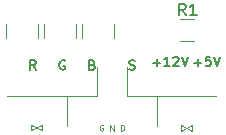
<source format=gbr>
G04 #@! TF.GenerationSoftware,KiCad,Pcbnew,(5.1.2-1)-1*
G04 #@! TF.CreationDate,2019-11-24T12:47:18+01:00*
G04 #@! TF.ProjectId,Amiga_DB23_RGBS_out,416d6967-615f-4444-9232-335f52474253,rev?*
G04 #@! TF.SameCoordinates,Original*
G04 #@! TF.FileFunction,Legend,Top*
G04 #@! TF.FilePolarity,Positive*
%FSLAX46Y46*%
G04 Gerber Fmt 4.6, Leading zero omitted, Abs format (unit mm)*
G04 Created by KiCad (PCBNEW (5.1.2-1)-1) date 2019-11-24 12:47:18*
%MOMM*%
%LPD*%
G04 APERTURE LIST*
%ADD10C,0.150000*%
%ADD11C,0.120000*%
G04 APERTURE END LIST*
D10*
X113471428Y-59757142D02*
X114080952Y-59757142D01*
X113776190Y-60061904D02*
X113776190Y-59452380D01*
X114842857Y-59261904D02*
X114461904Y-59261904D01*
X114423809Y-59642857D01*
X114461904Y-59604761D01*
X114538095Y-59566666D01*
X114728571Y-59566666D01*
X114804761Y-59604761D01*
X114842857Y-59642857D01*
X114880952Y-59719047D01*
X114880952Y-59909523D01*
X114842857Y-59985714D01*
X114804761Y-60023809D01*
X114728571Y-60061904D01*
X114538095Y-60061904D01*
X114461904Y-60023809D01*
X114423809Y-59985714D01*
X115109523Y-59261904D02*
X115376190Y-60061904D01*
X115642857Y-59261904D01*
X109990476Y-59757142D02*
X110600000Y-59757142D01*
X110295238Y-60061904D02*
X110295238Y-59452380D01*
X111400000Y-60061904D02*
X110942857Y-60061904D01*
X111171428Y-60061904D02*
X111171428Y-59261904D01*
X111095238Y-59376190D01*
X111019047Y-59452380D01*
X110942857Y-59490476D01*
X111704761Y-59338095D02*
X111742857Y-59300000D01*
X111819047Y-59261904D01*
X112009523Y-59261904D01*
X112085714Y-59300000D01*
X112123809Y-59338095D01*
X112161904Y-59414285D01*
X112161904Y-59490476D01*
X112123809Y-59604761D01*
X111666666Y-60061904D01*
X112161904Y-60061904D01*
X112390476Y-59261904D02*
X112657142Y-60061904D01*
X112923809Y-59261904D01*
X107971428Y-60323809D02*
X108085714Y-60361904D01*
X108276190Y-60361904D01*
X108352380Y-60323809D01*
X108390476Y-60285714D01*
X108428571Y-60209523D01*
X108428571Y-60133333D01*
X108390476Y-60057142D01*
X108352380Y-60019047D01*
X108276190Y-59980952D01*
X108123809Y-59942857D01*
X108047619Y-59904761D01*
X108009523Y-59866666D01*
X107971428Y-59790476D01*
X107971428Y-59714285D01*
X108009523Y-59638095D01*
X108047619Y-59600000D01*
X108123809Y-59561904D01*
X108314285Y-59561904D01*
X108428571Y-59600000D01*
D11*
X105738095Y-65050000D02*
X105690476Y-65026190D01*
X105619047Y-65026190D01*
X105547619Y-65050000D01*
X105500000Y-65097619D01*
X105476190Y-65145238D01*
X105452380Y-65240476D01*
X105452380Y-65311904D01*
X105476190Y-65407142D01*
X105500000Y-65454761D01*
X105547619Y-65502380D01*
X105619047Y-65526190D01*
X105666666Y-65526190D01*
X105738095Y-65502380D01*
X105761904Y-65478571D01*
X105761904Y-65311904D01*
X105666666Y-65311904D01*
X106357142Y-65526190D02*
X106357142Y-65026190D01*
X106642857Y-65526190D01*
X106642857Y-65026190D01*
X107261904Y-65526190D02*
X107261904Y-65026190D01*
X107380952Y-65026190D01*
X107452380Y-65050000D01*
X107500000Y-65097619D01*
X107523809Y-65145238D01*
X107547619Y-65240476D01*
X107547619Y-65311904D01*
X107523809Y-65407142D01*
X107500000Y-65454761D01*
X107452380Y-65502380D01*
X107380952Y-65526190D01*
X107261904Y-65526190D01*
D10*
X104857142Y-59942857D02*
X104971428Y-59980952D01*
X105009523Y-60019047D01*
X105047619Y-60095238D01*
X105047619Y-60209523D01*
X105009523Y-60285714D01*
X104971428Y-60323809D01*
X104895238Y-60361904D01*
X104590476Y-60361904D01*
X104590476Y-59561904D01*
X104857142Y-59561904D01*
X104933333Y-59600000D01*
X104971428Y-59638095D01*
X105009523Y-59714285D01*
X105009523Y-59790476D01*
X104971428Y-59866666D01*
X104933333Y-59904761D01*
X104857142Y-59942857D01*
X104590476Y-59942857D01*
X102509523Y-59600000D02*
X102433333Y-59561904D01*
X102319047Y-59561904D01*
X102204761Y-59600000D01*
X102128571Y-59676190D01*
X102090476Y-59752380D01*
X102052380Y-59904761D01*
X102052380Y-60019047D01*
X102090476Y-60171428D01*
X102128571Y-60247619D01*
X102204761Y-60323809D01*
X102319047Y-60361904D01*
X102395238Y-60361904D01*
X102509523Y-60323809D01*
X102547619Y-60285714D01*
X102547619Y-60019047D01*
X102395238Y-60019047D01*
X100047619Y-60361904D02*
X99780952Y-59980952D01*
X99590476Y-60361904D02*
X99590476Y-59561904D01*
X99895238Y-59561904D01*
X99971428Y-59600000D01*
X100009523Y-59638095D01*
X100047619Y-59714285D01*
X100047619Y-59828571D01*
X100009523Y-59904761D01*
X99971428Y-59942857D01*
X99895238Y-59980952D01*
X99590476Y-59980952D01*
D11*
X113489564Y-56090000D02*
X112285436Y-56090000D01*
X113489564Y-57910000D02*
X112285436Y-57910000D01*
X105200000Y-62580000D02*
X97630000Y-62580000D01*
X102660000Y-65100000D02*
X102660000Y-62580000D01*
X115310000Y-62580000D02*
X107740000Y-62580000D01*
X105200000Y-62580000D02*
X105200000Y-60100000D01*
X110280000Y-65100000D02*
X110280000Y-62580000D01*
X107740000Y-62580000D02*
X107740000Y-60100000D01*
X112350000Y-65050000D02*
X112350000Y-65550000D01*
X112350000Y-65550000D02*
X113250000Y-65050000D01*
X113250000Y-65050000D02*
X113250000Y-65550000D01*
X113250000Y-65550000D02*
X112350000Y-65050000D01*
X100550000Y-65500000D02*
X99650000Y-65000000D01*
X100550000Y-65000000D02*
X100550000Y-65500000D01*
X99650000Y-65500000D02*
X100550000Y-65000000D01*
X99650000Y-65000000D02*
X99650000Y-65500000D01*
X100740000Y-56497936D02*
X100740000Y-57702064D01*
X103460000Y-56497936D02*
X103460000Y-57702064D01*
X97540000Y-56497936D02*
X97540000Y-57702064D01*
X100260000Y-56497936D02*
X100260000Y-57702064D01*
X103940000Y-56485436D02*
X103940000Y-57689564D01*
X106660000Y-56485436D02*
X106660000Y-57689564D01*
D10*
X112733333Y-55752380D02*
X112400000Y-55276190D01*
X112161904Y-55752380D02*
X112161904Y-54752380D01*
X112542857Y-54752380D01*
X112638095Y-54800000D01*
X112685714Y-54847619D01*
X112733333Y-54942857D01*
X112733333Y-55085714D01*
X112685714Y-55180952D01*
X112638095Y-55228571D01*
X112542857Y-55276190D01*
X112161904Y-55276190D01*
X113685714Y-55752380D02*
X113114285Y-55752380D01*
X113400000Y-55752380D02*
X113400000Y-54752380D01*
X113304761Y-54895238D01*
X113209523Y-54990476D01*
X113114285Y-55038095D01*
M02*

</source>
